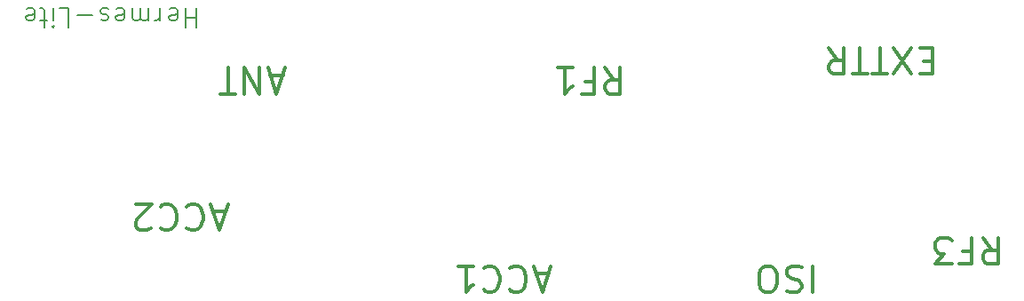
<source format=gto>
G04 #@! TF.GenerationSoftware,KiCad,Pcbnew,5.0.2-bee76a0~70~ubuntu16.04.1*
G04 #@! TF.CreationDate,2019-12-01T15:03:48-08:00*
G04 #@! TF.ProjectId,endcap,656e6463-6170-42e6-9b69-6361645f7063,2.0*
G04 #@! TF.SameCoordinates,PX2faf080PY2faf080*
G04 #@! TF.FileFunction,Legend,Top*
G04 #@! TF.FilePolarity,Positive*
%FSLAX46Y46*%
G04 Gerber Fmt 4.6, Leading zero omitted, Abs format (unit mm)*
G04 Created by KiCad (PCBNEW 5.0.2-bee76a0~70~ubuntu16.04.1) date Sun 01 Dec 2019 03:03:48 PM PST*
%MOMM*%
%LPD*%
G01*
G04 APERTURE LIST*
%ADD10C,0.200000*%
%ADD11C,0.300000*%
G04 APERTURE END LIST*
D10*
X25700000Y-2285714D02*
X25700000Y-4085714D01*
X25700000Y-3228571D02*
X24671428Y-3228571D01*
X24671428Y-2285714D02*
X24671428Y-4085714D01*
X23128571Y-2371428D02*
X23300000Y-2285714D01*
X23642857Y-2285714D01*
X23814285Y-2371428D01*
X23900000Y-2542857D01*
X23900000Y-3228571D01*
X23814285Y-3400000D01*
X23642857Y-3485714D01*
X23300000Y-3485714D01*
X23128571Y-3400000D01*
X23042857Y-3228571D01*
X23042857Y-3057142D01*
X23900000Y-2885714D01*
X22271428Y-2285714D02*
X22271428Y-3485714D01*
X22271428Y-3142857D02*
X22185714Y-3314285D01*
X22100000Y-3400000D01*
X21928571Y-3485714D01*
X21757142Y-3485714D01*
X21157142Y-2285714D02*
X21157142Y-3485714D01*
X21157142Y-3314285D02*
X21071428Y-3400000D01*
X20900000Y-3485714D01*
X20642857Y-3485714D01*
X20471428Y-3400000D01*
X20385714Y-3228571D01*
X20385714Y-2285714D01*
X20385714Y-3228571D02*
X20300000Y-3400000D01*
X20128571Y-3485714D01*
X19871428Y-3485714D01*
X19700000Y-3400000D01*
X19614285Y-3228571D01*
X19614285Y-2285714D01*
X18071428Y-2371428D02*
X18242857Y-2285714D01*
X18585714Y-2285714D01*
X18757142Y-2371428D01*
X18842857Y-2542857D01*
X18842857Y-3228571D01*
X18757142Y-3400000D01*
X18585714Y-3485714D01*
X18242857Y-3485714D01*
X18071428Y-3400000D01*
X17985714Y-3228571D01*
X17985714Y-3057142D01*
X18842857Y-2885714D01*
X17300000Y-2371428D02*
X17128571Y-2285714D01*
X16785714Y-2285714D01*
X16614285Y-2371428D01*
X16528571Y-2542857D01*
X16528571Y-2628571D01*
X16614285Y-2800000D01*
X16785714Y-2885714D01*
X17042857Y-2885714D01*
X17214285Y-2971428D01*
X17300000Y-3142857D01*
X17300000Y-3228571D01*
X17214285Y-3400000D01*
X17042857Y-3485714D01*
X16785714Y-3485714D01*
X16614285Y-3400000D01*
X15757142Y-2971428D02*
X14385714Y-2971428D01*
X12671428Y-2285714D02*
X13528571Y-2285714D01*
X13528571Y-4085714D01*
X12071428Y-2285714D02*
X12071428Y-3485714D01*
X12071428Y-4085714D02*
X12157142Y-4000000D01*
X12071428Y-3914285D01*
X11985714Y-4000000D01*
X12071428Y-4085714D01*
X12071428Y-3914285D01*
X11471428Y-3485714D02*
X10785714Y-3485714D01*
X11214285Y-4085714D02*
X11214285Y-2542857D01*
X11128571Y-2371428D01*
X10957142Y-2285714D01*
X10785714Y-2285714D01*
X9500000Y-2371428D02*
X9671428Y-2285714D01*
X10014285Y-2285714D01*
X10185714Y-2371428D01*
X10271428Y-2542857D01*
X10271428Y-3228571D01*
X10185714Y-3400000D01*
X10014285Y-3485714D01*
X9671428Y-3485714D01*
X9500000Y-3400000D01*
X9414285Y-3228571D01*
X9414285Y-3057142D01*
X10271428Y-2885714D01*
D11*
X100688095Y-24169047D02*
X101521428Y-25359523D01*
X102116666Y-24169047D02*
X102116666Y-26669047D01*
X101164285Y-26669047D01*
X100926190Y-26550000D01*
X100807142Y-26430952D01*
X100688095Y-26192857D01*
X100688095Y-25835714D01*
X100807142Y-25597619D01*
X100926190Y-25478571D01*
X101164285Y-25359523D01*
X102116666Y-25359523D01*
X98783333Y-25478571D02*
X99616666Y-25478571D01*
X99616666Y-24169047D02*
X99616666Y-26669047D01*
X98426190Y-26669047D01*
X97711904Y-26669047D02*
X96164285Y-26669047D01*
X96997619Y-25716666D01*
X96640476Y-25716666D01*
X96402380Y-25597619D01*
X96283333Y-25478571D01*
X96164285Y-25240476D01*
X96164285Y-24645238D01*
X96283333Y-24407142D01*
X96402380Y-24288095D01*
X96640476Y-24169047D01*
X97354761Y-24169047D01*
X97592857Y-24288095D01*
X97711904Y-24407142D01*
X84500000Y-26869047D02*
X84500000Y-29369047D01*
X83428571Y-26988095D02*
X83071428Y-26869047D01*
X82476190Y-26869047D01*
X82238095Y-26988095D01*
X82119047Y-27107142D01*
X82000000Y-27345238D01*
X82000000Y-27583333D01*
X82119047Y-27821428D01*
X82238095Y-27940476D01*
X82476190Y-28059523D01*
X82952380Y-28178571D01*
X83190476Y-28297619D01*
X83309523Y-28416666D01*
X83428571Y-28654761D01*
X83428571Y-28892857D01*
X83309523Y-29130952D01*
X83190476Y-29250000D01*
X82952380Y-29369047D01*
X82357142Y-29369047D01*
X82000000Y-29250000D01*
X80452380Y-29369047D02*
X79976190Y-29369047D01*
X79738095Y-29250000D01*
X79500000Y-29011904D01*
X79380952Y-28535714D01*
X79380952Y-27702380D01*
X79500000Y-27226190D01*
X79738095Y-26988095D01*
X79976190Y-26869047D01*
X80452380Y-26869047D01*
X80690476Y-26988095D01*
X80928571Y-27226190D01*
X81047619Y-27702380D01*
X81047619Y-28535714D01*
X80928571Y-29011904D01*
X80690476Y-29250000D01*
X80452380Y-29369047D01*
X59285714Y-27583333D02*
X58095238Y-27583333D01*
X59523809Y-26869047D02*
X58690476Y-29369047D01*
X57857142Y-26869047D01*
X55595238Y-27107142D02*
X55714285Y-26988095D01*
X56071428Y-26869047D01*
X56309523Y-26869047D01*
X56666666Y-26988095D01*
X56904761Y-27226190D01*
X57023809Y-27464285D01*
X57142857Y-27940476D01*
X57142857Y-28297619D01*
X57023809Y-28773809D01*
X56904761Y-29011904D01*
X56666666Y-29250000D01*
X56309523Y-29369047D01*
X56071428Y-29369047D01*
X55714285Y-29250000D01*
X55595238Y-29130952D01*
X53095238Y-27107142D02*
X53214285Y-26988095D01*
X53571428Y-26869047D01*
X53809523Y-26869047D01*
X54166666Y-26988095D01*
X54404761Y-27226190D01*
X54523809Y-27464285D01*
X54642857Y-27940476D01*
X54642857Y-28297619D01*
X54523809Y-28773809D01*
X54404761Y-29011904D01*
X54166666Y-29250000D01*
X53809523Y-29369047D01*
X53571428Y-29369047D01*
X53214285Y-29250000D01*
X53095238Y-29130952D01*
X50714285Y-26869047D02*
X52142857Y-26869047D01*
X51428571Y-26869047D02*
X51428571Y-29369047D01*
X51666666Y-29011904D01*
X51904761Y-28773809D01*
X52142857Y-28654761D01*
X28485714Y-21683333D02*
X27295238Y-21683333D01*
X28723809Y-20969047D02*
X27890476Y-23469047D01*
X27057142Y-20969047D01*
X24795238Y-21207142D02*
X24914285Y-21088095D01*
X25271428Y-20969047D01*
X25509523Y-20969047D01*
X25866666Y-21088095D01*
X26104761Y-21326190D01*
X26223809Y-21564285D01*
X26342857Y-22040476D01*
X26342857Y-22397619D01*
X26223809Y-22873809D01*
X26104761Y-23111904D01*
X25866666Y-23350000D01*
X25509523Y-23469047D01*
X25271428Y-23469047D01*
X24914285Y-23350000D01*
X24795238Y-23230952D01*
X22295238Y-21207142D02*
X22414285Y-21088095D01*
X22771428Y-20969047D01*
X23009523Y-20969047D01*
X23366666Y-21088095D01*
X23604761Y-21326190D01*
X23723809Y-21564285D01*
X23842857Y-22040476D01*
X23842857Y-22397619D01*
X23723809Y-22873809D01*
X23604761Y-23111904D01*
X23366666Y-23350000D01*
X23009523Y-23469047D01*
X22771428Y-23469047D01*
X22414285Y-23350000D01*
X22295238Y-23230952D01*
X21342857Y-23230952D02*
X21223809Y-23350000D01*
X20985714Y-23469047D01*
X20390476Y-23469047D01*
X20152380Y-23350000D01*
X20033333Y-23230952D01*
X19914285Y-22992857D01*
X19914285Y-22754761D01*
X20033333Y-22397619D01*
X21461904Y-20969047D01*
X19914285Y-20969047D01*
X95880952Y-7378571D02*
X95047619Y-7378571D01*
X94690476Y-6069047D02*
X95880952Y-6069047D01*
X95880952Y-8569047D01*
X94690476Y-8569047D01*
X93857142Y-8569047D02*
X92190476Y-6069047D01*
X92190476Y-8569047D02*
X93857142Y-6069047D01*
X91595238Y-8569047D02*
X90166666Y-8569047D01*
X90880952Y-6069047D02*
X90880952Y-8569047D01*
X89690476Y-8569047D02*
X88261904Y-8569047D01*
X88976190Y-6069047D02*
X88976190Y-8569047D01*
X86000000Y-6069047D02*
X86833333Y-7259523D01*
X87428571Y-6069047D02*
X87428571Y-8569047D01*
X86476190Y-8569047D01*
X86238095Y-8450000D01*
X86119047Y-8330952D01*
X86000000Y-8092857D01*
X86000000Y-7735714D01*
X86119047Y-7497619D01*
X86238095Y-7378571D01*
X86476190Y-7259523D01*
X87428571Y-7259523D01*
X33957142Y-8683333D02*
X32766666Y-8683333D01*
X34195238Y-7969047D02*
X33361904Y-10469047D01*
X32528571Y-7969047D01*
X31695238Y-7969047D02*
X31695238Y-10469047D01*
X30266666Y-7969047D01*
X30266666Y-10469047D01*
X29433333Y-10469047D02*
X28004761Y-10469047D01*
X28719047Y-7969047D02*
X28719047Y-10469047D01*
X64688095Y-7969047D02*
X65521428Y-9159523D01*
X66116666Y-7969047D02*
X66116666Y-10469047D01*
X65164285Y-10469047D01*
X64926190Y-10350000D01*
X64807142Y-10230952D01*
X64688095Y-9992857D01*
X64688095Y-9635714D01*
X64807142Y-9397619D01*
X64926190Y-9278571D01*
X65164285Y-9159523D01*
X66116666Y-9159523D01*
X62783333Y-9278571D02*
X63616666Y-9278571D01*
X63616666Y-7969047D02*
X63616666Y-10469047D01*
X62426190Y-10469047D01*
X60164285Y-7969047D02*
X61592857Y-7969047D01*
X60878571Y-7969047D02*
X60878571Y-10469047D01*
X61116666Y-10111904D01*
X61354761Y-9873809D01*
X61592857Y-9754761D01*
M02*

</source>
